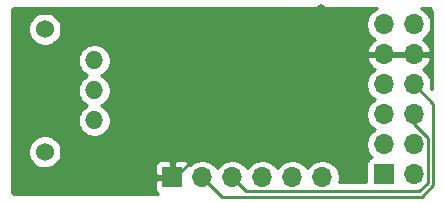
<source format=gbr>
%TF.GenerationSoftware,KiCad,Pcbnew,5.1.6-c6e7f7d~86~ubuntu18.04.1*%
%TF.CreationDate,2021-01-14T22:54:31-08:00*%
%TF.ProjectId,pmod_spdif,706d6f64-5f73-4706-9469-662e6b696361,rev?*%
%TF.SameCoordinates,Original*%
%TF.FileFunction,Copper,L2,Bot*%
%TF.FilePolarity,Positive*%
%FSLAX46Y46*%
G04 Gerber Fmt 4.6, Leading zero omitted, Abs format (unit mm)*
G04 Created by KiCad (PCBNEW 5.1.6-c6e7f7d~86~ubuntu18.04.1) date 2021-01-14 22:54:31*
%MOMM*%
%LPD*%
G01*
G04 APERTURE LIST*
%TA.AperFunction,ComponentPad*%
%ADD10O,1.524000X1.524000*%
%TD*%
%TA.AperFunction,ComponentPad*%
%ADD11C,1.524000*%
%TD*%
%TA.AperFunction,ComponentPad*%
%ADD12O,1.700000X1.700000*%
%TD*%
%TA.AperFunction,ComponentPad*%
%ADD13R,1.700000X1.700000*%
%TD*%
%TA.AperFunction,ViaPad*%
%ADD14C,0.800000*%
%TD*%
%TA.AperFunction,Conductor*%
%ADD15C,0.250000*%
%TD*%
%TA.AperFunction,Conductor*%
%ADD16C,0.254000*%
%TD*%
G04 APERTURE END LIST*
D10*
%TO.P,U3,3*%
%TO.N,+5V*%
X137160000Y-57912000D03*
%TO.P,U3,2*%
%TO.N,Net-(R3-Pad1)*%
X137160000Y-60452000D03*
D11*
%TO.P,U3,5*%
%TO.N,N/C*%
X132980000Y-55252000D03*
%TO.P,U3,4*%
X132980000Y-65652000D03*
D10*
%TO.P,U3,1*%
X137160000Y-62992000D03*
%TD*%
D12*
%TO.P,J2,6*%
%TO.N,+3V3*%
X156464000Y-67818000D03*
%TO.P,J2,5*%
%TO.N,/I2S_BCLK*%
X153924000Y-67818000D03*
%TO.P,J2,4*%
%TO.N,/I2S_MCLK*%
X151384000Y-67818000D03*
%TO.P,J2,3*%
%TO.N,/I2S_WS*%
X148844000Y-67818000D03*
%TO.P,J2,2*%
%TO.N,/I2S_SDO*%
X146304000Y-67818000D03*
D13*
%TO.P,J2,1*%
%TO.N,GND*%
X143764000Y-67818000D03*
%TD*%
D12*
%TO.P,J1,12*%
%TO.N,+3V3*%
X164211000Y-54864000D03*
%TO.P,J1,6*%
X161671000Y-54864000D03*
%TO.P,J1,11*%
%TO.N,GND*%
X164211000Y-57404000D03*
%TO.P,J1,5*%
X161671000Y-57404000D03*
%TO.P,J1,10*%
%TO.N,/I2S_SDO*%
X164211000Y-59944000D03*
%TO.P,J1,4*%
%TO.N,N/C*%
X161671000Y-59944000D03*
%TO.P,J1,9*%
%TO.N,/I2S_WS*%
X164211000Y-62484000D03*
%TO.P,J1,3*%
%TO.N,N/C*%
X161671000Y-62484000D03*
%TO.P,J1,8*%
%TO.N,/I2S_BCLK*%
X164211000Y-65024000D03*
%TO.P,J1,2*%
%TO.N,/SPDIF*%
X161671000Y-65024000D03*
%TO.P,J1,7*%
%TO.N,/I2S_MCLK*%
X164211000Y-67564000D03*
D13*
%TO.P,J1,1*%
%TO.N,N/C*%
X161671000Y-67564000D03*
%TD*%
D14*
%TO.N,GND*%
X156337000Y-53594000D03*
X155956000Y-59436000D03*
X159639000Y-64135000D03*
X146177000Y-63246000D03*
X141986000Y-57531000D03*
X146939000Y-58420000D03*
%TD*%
D15*
%TO.N,GND*%
X161417000Y-57658000D02*
X161671000Y-57404000D01*
X156337000Y-53594000D02*
X156337000Y-57658000D01*
X154178000Y-57658000D02*
X156337000Y-57658000D01*
X155956000Y-58039000D02*
X156337000Y-57658000D01*
X155956000Y-59436000D02*
X155956000Y-58039000D01*
X161671000Y-57404000D02*
X164211000Y-57404000D01*
X156591000Y-57404000D02*
X156337000Y-57658000D01*
X161671000Y-57404000D02*
X156591000Y-57404000D01*
X155956000Y-60452000D02*
X155956000Y-59436000D01*
X159639000Y-64135000D02*
X155956000Y-60452000D01*
X152146000Y-59690000D02*
X154178000Y-57658000D01*
X146177000Y-63246000D02*
X147066000Y-64135000D01*
X147066000Y-64135000D02*
X147701000Y-64135000D01*
X147701000Y-64135000D02*
X152146000Y-59690000D01*
X143764000Y-68072000D02*
X147701000Y-64135000D01*
X146177000Y-61722000D02*
X146177000Y-63246000D01*
X141986000Y-57531000D02*
X146177000Y-61722000D01*
X146177000Y-59182000D02*
X146177000Y-61722000D01*
X146939000Y-58420000D02*
X146177000Y-59182000D01*
%TO.N,/I2S_SDO*%
X147929012Y-69443012D02*
X146304000Y-67818000D01*
X164211000Y-59944000D02*
X165836012Y-61569012D01*
X164873398Y-69443012D02*
X147929012Y-69443012D01*
X165836012Y-68480398D02*
X164873398Y-69443012D01*
X165836012Y-61569012D02*
X165836012Y-68480398D01*
%TO.N,/I2S_WS*%
X165386001Y-64459999D02*
X164211000Y-63284998D01*
X164211000Y-63284998D02*
X164211000Y-62484000D01*
X165386001Y-68293999D02*
X165386001Y-64459999D01*
X164686999Y-68993001D02*
X165386001Y-68293999D01*
X150019001Y-68993001D02*
X164686999Y-68993001D01*
X148844000Y-67818000D02*
X150019001Y-68993001D01*
%TD*%
D16*
%TO.N,GND*%
G36*
X160967589Y-53548010D02*
G01*
X160724368Y-53710525D01*
X160517525Y-53917368D01*
X160355010Y-54160589D01*
X160243068Y-54430842D01*
X160186000Y-54717740D01*
X160186000Y-55010260D01*
X160243068Y-55297158D01*
X160355010Y-55567411D01*
X160517525Y-55810632D01*
X160724368Y-56017475D01*
X160906534Y-56139195D01*
X160789645Y-56208822D01*
X160573412Y-56403731D01*
X160399359Y-56637080D01*
X160274175Y-56899901D01*
X160229524Y-57047110D01*
X160350845Y-57277000D01*
X161544000Y-57277000D01*
X161544000Y-57257000D01*
X161798000Y-57257000D01*
X161798000Y-57277000D01*
X164084000Y-57277000D01*
X164084000Y-57257000D01*
X164338000Y-57257000D01*
X164338000Y-57277000D01*
X165531155Y-57277000D01*
X165652476Y-57047110D01*
X165607825Y-56899901D01*
X165482641Y-56637080D01*
X165308588Y-56403731D01*
X165092355Y-56208822D01*
X164975466Y-56139195D01*
X165157632Y-56017475D01*
X165364475Y-55810632D01*
X165526990Y-55567411D01*
X165638932Y-55297158D01*
X165696000Y-55010260D01*
X165696000Y-54717740D01*
X165638932Y-54430842D01*
X165526990Y-54160589D01*
X165364475Y-53917368D01*
X165157632Y-53710525D01*
X164914411Y-53548010D01*
X164779190Y-53492000D01*
X165512218Y-53492000D01*
X165576033Y-53498257D01*
X165606362Y-53507414D01*
X165634335Y-53522288D01*
X165658887Y-53542312D01*
X165679081Y-53566722D01*
X165694150Y-53594592D01*
X165703519Y-53624859D01*
X165710001Y-53686525D01*
X165710001Y-60368199D01*
X165652210Y-60310408D01*
X165696000Y-60090260D01*
X165696000Y-59797740D01*
X165638932Y-59510842D01*
X165526990Y-59240589D01*
X165364475Y-58997368D01*
X165157632Y-58790525D01*
X164975466Y-58668805D01*
X165092355Y-58599178D01*
X165308588Y-58404269D01*
X165482641Y-58170920D01*
X165607825Y-57908099D01*
X165652476Y-57760890D01*
X165531155Y-57531000D01*
X164338000Y-57531000D01*
X164338000Y-57551000D01*
X164084000Y-57551000D01*
X164084000Y-57531000D01*
X161798000Y-57531000D01*
X161798000Y-57551000D01*
X161544000Y-57551000D01*
X161544000Y-57531000D01*
X160350845Y-57531000D01*
X160229524Y-57760890D01*
X160274175Y-57908099D01*
X160399359Y-58170920D01*
X160573412Y-58404269D01*
X160789645Y-58599178D01*
X160906534Y-58668805D01*
X160724368Y-58790525D01*
X160517525Y-58997368D01*
X160355010Y-59240589D01*
X160243068Y-59510842D01*
X160186000Y-59797740D01*
X160186000Y-60090260D01*
X160243068Y-60377158D01*
X160355010Y-60647411D01*
X160517525Y-60890632D01*
X160724368Y-61097475D01*
X160898760Y-61214000D01*
X160724368Y-61330525D01*
X160517525Y-61537368D01*
X160355010Y-61780589D01*
X160243068Y-62050842D01*
X160186000Y-62337740D01*
X160186000Y-62630260D01*
X160243068Y-62917158D01*
X160355010Y-63187411D01*
X160517525Y-63430632D01*
X160724368Y-63637475D01*
X160898760Y-63754000D01*
X160724368Y-63870525D01*
X160517525Y-64077368D01*
X160355010Y-64320589D01*
X160243068Y-64590842D01*
X160186000Y-64877740D01*
X160186000Y-65170260D01*
X160243068Y-65457158D01*
X160355010Y-65727411D01*
X160517525Y-65970632D01*
X160649380Y-66102487D01*
X160576820Y-66124498D01*
X160466506Y-66183463D01*
X160369815Y-66262815D01*
X160290463Y-66359506D01*
X160231498Y-66469820D01*
X160195188Y-66589518D01*
X160182928Y-66714000D01*
X160182928Y-68233001D01*
X157895544Y-68233001D01*
X157949000Y-67964260D01*
X157949000Y-67671740D01*
X157891932Y-67384842D01*
X157779990Y-67114589D01*
X157617475Y-66871368D01*
X157410632Y-66664525D01*
X157167411Y-66502010D01*
X156897158Y-66390068D01*
X156610260Y-66333000D01*
X156317740Y-66333000D01*
X156030842Y-66390068D01*
X155760589Y-66502010D01*
X155517368Y-66664525D01*
X155310525Y-66871368D01*
X155194000Y-67045760D01*
X155077475Y-66871368D01*
X154870632Y-66664525D01*
X154627411Y-66502010D01*
X154357158Y-66390068D01*
X154070260Y-66333000D01*
X153777740Y-66333000D01*
X153490842Y-66390068D01*
X153220589Y-66502010D01*
X152977368Y-66664525D01*
X152770525Y-66871368D01*
X152654000Y-67045760D01*
X152537475Y-66871368D01*
X152330632Y-66664525D01*
X152087411Y-66502010D01*
X151817158Y-66390068D01*
X151530260Y-66333000D01*
X151237740Y-66333000D01*
X150950842Y-66390068D01*
X150680589Y-66502010D01*
X150437368Y-66664525D01*
X150230525Y-66871368D01*
X150114000Y-67045760D01*
X149997475Y-66871368D01*
X149790632Y-66664525D01*
X149547411Y-66502010D01*
X149277158Y-66390068D01*
X148990260Y-66333000D01*
X148697740Y-66333000D01*
X148410842Y-66390068D01*
X148140589Y-66502010D01*
X147897368Y-66664525D01*
X147690525Y-66871368D01*
X147574000Y-67045760D01*
X147457475Y-66871368D01*
X147250632Y-66664525D01*
X147007411Y-66502010D01*
X146737158Y-66390068D01*
X146450260Y-66333000D01*
X146157740Y-66333000D01*
X145870842Y-66390068D01*
X145600589Y-66502010D01*
X145357368Y-66664525D01*
X145225513Y-66796380D01*
X145203502Y-66723820D01*
X145144537Y-66613506D01*
X145065185Y-66516815D01*
X144968494Y-66437463D01*
X144858180Y-66378498D01*
X144738482Y-66342188D01*
X144614000Y-66329928D01*
X144049750Y-66333000D01*
X143891000Y-66491750D01*
X143891000Y-67691000D01*
X143911000Y-67691000D01*
X143911000Y-67945000D01*
X143891000Y-67945000D01*
X143891000Y-67965000D01*
X143637000Y-67965000D01*
X143637000Y-67945000D01*
X142437750Y-67945000D01*
X142279000Y-68103750D01*
X142275928Y-68668000D01*
X142288188Y-68792482D01*
X142324498Y-68912180D01*
X142383463Y-69022494D01*
X142462815Y-69119185D01*
X142549104Y-69190000D01*
X130397782Y-69190000D01*
X130333967Y-69183743D01*
X130303639Y-69174586D01*
X130275663Y-69159711D01*
X130251114Y-69139689D01*
X130230917Y-69115276D01*
X130215850Y-69087409D01*
X130206480Y-69057141D01*
X130200000Y-68995485D01*
X130200000Y-65514408D01*
X131583000Y-65514408D01*
X131583000Y-65789592D01*
X131636686Y-66059490D01*
X131741995Y-66313727D01*
X131894880Y-66542535D01*
X132089465Y-66737120D01*
X132318273Y-66890005D01*
X132572510Y-66995314D01*
X132842408Y-67049000D01*
X133117592Y-67049000D01*
X133387490Y-66995314D01*
X133453431Y-66968000D01*
X142275928Y-66968000D01*
X142279000Y-67532250D01*
X142437750Y-67691000D01*
X143637000Y-67691000D01*
X143637000Y-66491750D01*
X143478250Y-66333000D01*
X142914000Y-66329928D01*
X142789518Y-66342188D01*
X142669820Y-66378498D01*
X142559506Y-66437463D01*
X142462815Y-66516815D01*
X142383463Y-66613506D01*
X142324498Y-66723820D01*
X142288188Y-66843518D01*
X142275928Y-66968000D01*
X133453431Y-66968000D01*
X133641727Y-66890005D01*
X133870535Y-66737120D01*
X134065120Y-66542535D01*
X134218005Y-66313727D01*
X134323314Y-66059490D01*
X134377000Y-65789592D01*
X134377000Y-65514408D01*
X134323314Y-65244510D01*
X134218005Y-64990273D01*
X134065120Y-64761465D01*
X133870535Y-64566880D01*
X133641727Y-64413995D01*
X133387490Y-64308686D01*
X133117592Y-64255000D01*
X132842408Y-64255000D01*
X132572510Y-64308686D01*
X132318273Y-64413995D01*
X132089465Y-64566880D01*
X131894880Y-64761465D01*
X131741995Y-64990273D01*
X131636686Y-65244510D01*
X131583000Y-65514408D01*
X130200000Y-65514408D01*
X130200000Y-57774408D01*
X135763000Y-57774408D01*
X135763000Y-58049592D01*
X135816686Y-58319490D01*
X135921995Y-58573727D01*
X136074880Y-58802535D01*
X136269465Y-58997120D01*
X136498273Y-59150005D01*
X136575515Y-59182000D01*
X136498273Y-59213995D01*
X136269465Y-59366880D01*
X136074880Y-59561465D01*
X135921995Y-59790273D01*
X135816686Y-60044510D01*
X135763000Y-60314408D01*
X135763000Y-60589592D01*
X135816686Y-60859490D01*
X135921995Y-61113727D01*
X136074880Y-61342535D01*
X136269465Y-61537120D01*
X136498273Y-61690005D01*
X136575515Y-61722000D01*
X136498273Y-61753995D01*
X136269465Y-61906880D01*
X136074880Y-62101465D01*
X135921995Y-62330273D01*
X135816686Y-62584510D01*
X135763000Y-62854408D01*
X135763000Y-63129592D01*
X135816686Y-63399490D01*
X135921995Y-63653727D01*
X136074880Y-63882535D01*
X136269465Y-64077120D01*
X136498273Y-64230005D01*
X136752510Y-64335314D01*
X137022408Y-64389000D01*
X137297592Y-64389000D01*
X137567490Y-64335314D01*
X137821727Y-64230005D01*
X138050535Y-64077120D01*
X138245120Y-63882535D01*
X138398005Y-63653727D01*
X138503314Y-63399490D01*
X138557000Y-63129592D01*
X138557000Y-62854408D01*
X138503314Y-62584510D01*
X138398005Y-62330273D01*
X138245120Y-62101465D01*
X138050535Y-61906880D01*
X137821727Y-61753995D01*
X137744485Y-61722000D01*
X137821727Y-61690005D01*
X138050535Y-61537120D01*
X138245120Y-61342535D01*
X138398005Y-61113727D01*
X138503314Y-60859490D01*
X138557000Y-60589592D01*
X138557000Y-60314408D01*
X138503314Y-60044510D01*
X138398005Y-59790273D01*
X138245120Y-59561465D01*
X138050535Y-59366880D01*
X137821727Y-59213995D01*
X137744485Y-59182000D01*
X137821727Y-59150005D01*
X138050535Y-58997120D01*
X138245120Y-58802535D01*
X138398005Y-58573727D01*
X138503314Y-58319490D01*
X138557000Y-58049592D01*
X138557000Y-57774408D01*
X138503314Y-57504510D01*
X138398005Y-57250273D01*
X138245120Y-57021465D01*
X138050535Y-56826880D01*
X137821727Y-56673995D01*
X137567490Y-56568686D01*
X137297592Y-56515000D01*
X137022408Y-56515000D01*
X136752510Y-56568686D01*
X136498273Y-56673995D01*
X136269465Y-56826880D01*
X136074880Y-57021465D01*
X135921995Y-57250273D01*
X135816686Y-57504510D01*
X135763000Y-57774408D01*
X130200000Y-57774408D01*
X130200000Y-55114408D01*
X131583000Y-55114408D01*
X131583000Y-55389592D01*
X131636686Y-55659490D01*
X131741995Y-55913727D01*
X131894880Y-56142535D01*
X132089465Y-56337120D01*
X132318273Y-56490005D01*
X132572510Y-56595314D01*
X132842408Y-56649000D01*
X133117592Y-56649000D01*
X133387490Y-56595314D01*
X133641727Y-56490005D01*
X133870535Y-56337120D01*
X134065120Y-56142535D01*
X134218005Y-55913727D01*
X134323314Y-55659490D01*
X134377000Y-55389592D01*
X134377000Y-55114408D01*
X134323314Y-54844510D01*
X134218005Y-54590273D01*
X134065120Y-54361465D01*
X133870535Y-54166880D01*
X133641727Y-54013995D01*
X133387490Y-53908686D01*
X133117592Y-53855000D01*
X132842408Y-53855000D01*
X132572510Y-53908686D01*
X132318273Y-54013995D01*
X132089465Y-54166880D01*
X131894880Y-54361465D01*
X131741995Y-54590273D01*
X131636686Y-54844510D01*
X131583000Y-55114408D01*
X130200000Y-55114408D01*
X130200000Y-53689782D01*
X130206257Y-53625967D01*
X130215414Y-53595638D01*
X130230288Y-53567665D01*
X130250312Y-53543113D01*
X130274722Y-53522919D01*
X130302592Y-53507850D01*
X130332859Y-53498481D01*
X130394515Y-53492000D01*
X161102810Y-53492000D01*
X160967589Y-53548010D01*
G37*
X160967589Y-53548010D02*
X160724368Y-53710525D01*
X160517525Y-53917368D01*
X160355010Y-54160589D01*
X160243068Y-54430842D01*
X160186000Y-54717740D01*
X160186000Y-55010260D01*
X160243068Y-55297158D01*
X160355010Y-55567411D01*
X160517525Y-55810632D01*
X160724368Y-56017475D01*
X160906534Y-56139195D01*
X160789645Y-56208822D01*
X160573412Y-56403731D01*
X160399359Y-56637080D01*
X160274175Y-56899901D01*
X160229524Y-57047110D01*
X160350845Y-57277000D01*
X161544000Y-57277000D01*
X161544000Y-57257000D01*
X161798000Y-57257000D01*
X161798000Y-57277000D01*
X164084000Y-57277000D01*
X164084000Y-57257000D01*
X164338000Y-57257000D01*
X164338000Y-57277000D01*
X165531155Y-57277000D01*
X165652476Y-57047110D01*
X165607825Y-56899901D01*
X165482641Y-56637080D01*
X165308588Y-56403731D01*
X165092355Y-56208822D01*
X164975466Y-56139195D01*
X165157632Y-56017475D01*
X165364475Y-55810632D01*
X165526990Y-55567411D01*
X165638932Y-55297158D01*
X165696000Y-55010260D01*
X165696000Y-54717740D01*
X165638932Y-54430842D01*
X165526990Y-54160589D01*
X165364475Y-53917368D01*
X165157632Y-53710525D01*
X164914411Y-53548010D01*
X164779190Y-53492000D01*
X165512218Y-53492000D01*
X165576033Y-53498257D01*
X165606362Y-53507414D01*
X165634335Y-53522288D01*
X165658887Y-53542312D01*
X165679081Y-53566722D01*
X165694150Y-53594592D01*
X165703519Y-53624859D01*
X165710001Y-53686525D01*
X165710001Y-60368199D01*
X165652210Y-60310408D01*
X165696000Y-60090260D01*
X165696000Y-59797740D01*
X165638932Y-59510842D01*
X165526990Y-59240589D01*
X165364475Y-58997368D01*
X165157632Y-58790525D01*
X164975466Y-58668805D01*
X165092355Y-58599178D01*
X165308588Y-58404269D01*
X165482641Y-58170920D01*
X165607825Y-57908099D01*
X165652476Y-57760890D01*
X165531155Y-57531000D01*
X164338000Y-57531000D01*
X164338000Y-57551000D01*
X164084000Y-57551000D01*
X164084000Y-57531000D01*
X161798000Y-57531000D01*
X161798000Y-57551000D01*
X161544000Y-57551000D01*
X161544000Y-57531000D01*
X160350845Y-57531000D01*
X160229524Y-57760890D01*
X160274175Y-57908099D01*
X160399359Y-58170920D01*
X160573412Y-58404269D01*
X160789645Y-58599178D01*
X160906534Y-58668805D01*
X160724368Y-58790525D01*
X160517525Y-58997368D01*
X160355010Y-59240589D01*
X160243068Y-59510842D01*
X160186000Y-59797740D01*
X160186000Y-60090260D01*
X160243068Y-60377158D01*
X160355010Y-60647411D01*
X160517525Y-60890632D01*
X160724368Y-61097475D01*
X160898760Y-61214000D01*
X160724368Y-61330525D01*
X160517525Y-61537368D01*
X160355010Y-61780589D01*
X160243068Y-62050842D01*
X160186000Y-62337740D01*
X160186000Y-62630260D01*
X160243068Y-62917158D01*
X160355010Y-63187411D01*
X160517525Y-63430632D01*
X160724368Y-63637475D01*
X160898760Y-63754000D01*
X160724368Y-63870525D01*
X160517525Y-64077368D01*
X160355010Y-64320589D01*
X160243068Y-64590842D01*
X160186000Y-64877740D01*
X160186000Y-65170260D01*
X160243068Y-65457158D01*
X160355010Y-65727411D01*
X160517525Y-65970632D01*
X160649380Y-66102487D01*
X160576820Y-66124498D01*
X160466506Y-66183463D01*
X160369815Y-66262815D01*
X160290463Y-66359506D01*
X160231498Y-66469820D01*
X160195188Y-66589518D01*
X160182928Y-66714000D01*
X160182928Y-68233001D01*
X157895544Y-68233001D01*
X157949000Y-67964260D01*
X157949000Y-67671740D01*
X157891932Y-67384842D01*
X157779990Y-67114589D01*
X157617475Y-66871368D01*
X157410632Y-66664525D01*
X157167411Y-66502010D01*
X156897158Y-66390068D01*
X156610260Y-66333000D01*
X156317740Y-66333000D01*
X156030842Y-66390068D01*
X155760589Y-66502010D01*
X155517368Y-66664525D01*
X155310525Y-66871368D01*
X155194000Y-67045760D01*
X155077475Y-66871368D01*
X154870632Y-66664525D01*
X154627411Y-66502010D01*
X154357158Y-66390068D01*
X154070260Y-66333000D01*
X153777740Y-66333000D01*
X153490842Y-66390068D01*
X153220589Y-66502010D01*
X152977368Y-66664525D01*
X152770525Y-66871368D01*
X152654000Y-67045760D01*
X152537475Y-66871368D01*
X152330632Y-66664525D01*
X152087411Y-66502010D01*
X151817158Y-66390068D01*
X151530260Y-66333000D01*
X151237740Y-66333000D01*
X150950842Y-66390068D01*
X150680589Y-66502010D01*
X150437368Y-66664525D01*
X150230525Y-66871368D01*
X150114000Y-67045760D01*
X149997475Y-66871368D01*
X149790632Y-66664525D01*
X149547411Y-66502010D01*
X149277158Y-66390068D01*
X148990260Y-66333000D01*
X148697740Y-66333000D01*
X148410842Y-66390068D01*
X148140589Y-66502010D01*
X147897368Y-66664525D01*
X147690525Y-66871368D01*
X147574000Y-67045760D01*
X147457475Y-66871368D01*
X147250632Y-66664525D01*
X147007411Y-66502010D01*
X146737158Y-66390068D01*
X146450260Y-66333000D01*
X146157740Y-66333000D01*
X145870842Y-66390068D01*
X145600589Y-66502010D01*
X145357368Y-66664525D01*
X145225513Y-66796380D01*
X145203502Y-66723820D01*
X145144537Y-66613506D01*
X145065185Y-66516815D01*
X144968494Y-66437463D01*
X144858180Y-66378498D01*
X144738482Y-66342188D01*
X144614000Y-66329928D01*
X144049750Y-66333000D01*
X143891000Y-66491750D01*
X143891000Y-67691000D01*
X143911000Y-67691000D01*
X143911000Y-67945000D01*
X143891000Y-67945000D01*
X143891000Y-67965000D01*
X143637000Y-67965000D01*
X143637000Y-67945000D01*
X142437750Y-67945000D01*
X142279000Y-68103750D01*
X142275928Y-68668000D01*
X142288188Y-68792482D01*
X142324498Y-68912180D01*
X142383463Y-69022494D01*
X142462815Y-69119185D01*
X142549104Y-69190000D01*
X130397782Y-69190000D01*
X130333967Y-69183743D01*
X130303639Y-69174586D01*
X130275663Y-69159711D01*
X130251114Y-69139689D01*
X130230917Y-69115276D01*
X130215850Y-69087409D01*
X130206480Y-69057141D01*
X130200000Y-68995485D01*
X130200000Y-65514408D01*
X131583000Y-65514408D01*
X131583000Y-65789592D01*
X131636686Y-66059490D01*
X131741995Y-66313727D01*
X131894880Y-66542535D01*
X132089465Y-66737120D01*
X132318273Y-66890005D01*
X132572510Y-66995314D01*
X132842408Y-67049000D01*
X133117592Y-67049000D01*
X133387490Y-66995314D01*
X133453431Y-66968000D01*
X142275928Y-66968000D01*
X142279000Y-67532250D01*
X142437750Y-67691000D01*
X143637000Y-67691000D01*
X143637000Y-66491750D01*
X143478250Y-66333000D01*
X142914000Y-66329928D01*
X142789518Y-66342188D01*
X142669820Y-66378498D01*
X142559506Y-66437463D01*
X142462815Y-66516815D01*
X142383463Y-66613506D01*
X142324498Y-66723820D01*
X142288188Y-66843518D01*
X142275928Y-66968000D01*
X133453431Y-66968000D01*
X133641727Y-66890005D01*
X133870535Y-66737120D01*
X134065120Y-66542535D01*
X134218005Y-66313727D01*
X134323314Y-66059490D01*
X134377000Y-65789592D01*
X134377000Y-65514408D01*
X134323314Y-65244510D01*
X134218005Y-64990273D01*
X134065120Y-64761465D01*
X133870535Y-64566880D01*
X133641727Y-64413995D01*
X133387490Y-64308686D01*
X133117592Y-64255000D01*
X132842408Y-64255000D01*
X132572510Y-64308686D01*
X132318273Y-64413995D01*
X132089465Y-64566880D01*
X131894880Y-64761465D01*
X131741995Y-64990273D01*
X131636686Y-65244510D01*
X131583000Y-65514408D01*
X130200000Y-65514408D01*
X130200000Y-57774408D01*
X135763000Y-57774408D01*
X135763000Y-58049592D01*
X135816686Y-58319490D01*
X135921995Y-58573727D01*
X136074880Y-58802535D01*
X136269465Y-58997120D01*
X136498273Y-59150005D01*
X136575515Y-59182000D01*
X136498273Y-59213995D01*
X136269465Y-59366880D01*
X136074880Y-59561465D01*
X135921995Y-59790273D01*
X135816686Y-60044510D01*
X135763000Y-60314408D01*
X135763000Y-60589592D01*
X135816686Y-60859490D01*
X135921995Y-61113727D01*
X136074880Y-61342535D01*
X136269465Y-61537120D01*
X136498273Y-61690005D01*
X136575515Y-61722000D01*
X136498273Y-61753995D01*
X136269465Y-61906880D01*
X136074880Y-62101465D01*
X135921995Y-62330273D01*
X135816686Y-62584510D01*
X135763000Y-62854408D01*
X135763000Y-63129592D01*
X135816686Y-63399490D01*
X135921995Y-63653727D01*
X136074880Y-63882535D01*
X136269465Y-64077120D01*
X136498273Y-64230005D01*
X136752510Y-64335314D01*
X137022408Y-64389000D01*
X137297592Y-64389000D01*
X137567490Y-64335314D01*
X137821727Y-64230005D01*
X138050535Y-64077120D01*
X138245120Y-63882535D01*
X138398005Y-63653727D01*
X138503314Y-63399490D01*
X138557000Y-63129592D01*
X138557000Y-62854408D01*
X138503314Y-62584510D01*
X138398005Y-62330273D01*
X138245120Y-62101465D01*
X138050535Y-61906880D01*
X137821727Y-61753995D01*
X137744485Y-61722000D01*
X137821727Y-61690005D01*
X138050535Y-61537120D01*
X138245120Y-61342535D01*
X138398005Y-61113727D01*
X138503314Y-60859490D01*
X138557000Y-60589592D01*
X138557000Y-60314408D01*
X138503314Y-60044510D01*
X138398005Y-59790273D01*
X138245120Y-59561465D01*
X138050535Y-59366880D01*
X137821727Y-59213995D01*
X137744485Y-59182000D01*
X137821727Y-59150005D01*
X138050535Y-58997120D01*
X138245120Y-58802535D01*
X138398005Y-58573727D01*
X138503314Y-58319490D01*
X138557000Y-58049592D01*
X138557000Y-57774408D01*
X138503314Y-57504510D01*
X138398005Y-57250273D01*
X138245120Y-57021465D01*
X138050535Y-56826880D01*
X137821727Y-56673995D01*
X137567490Y-56568686D01*
X137297592Y-56515000D01*
X137022408Y-56515000D01*
X136752510Y-56568686D01*
X136498273Y-56673995D01*
X136269465Y-56826880D01*
X136074880Y-57021465D01*
X135921995Y-57250273D01*
X135816686Y-57504510D01*
X135763000Y-57774408D01*
X130200000Y-57774408D01*
X130200000Y-55114408D01*
X131583000Y-55114408D01*
X131583000Y-55389592D01*
X131636686Y-55659490D01*
X131741995Y-55913727D01*
X131894880Y-56142535D01*
X132089465Y-56337120D01*
X132318273Y-56490005D01*
X132572510Y-56595314D01*
X132842408Y-56649000D01*
X133117592Y-56649000D01*
X133387490Y-56595314D01*
X133641727Y-56490005D01*
X133870535Y-56337120D01*
X134065120Y-56142535D01*
X134218005Y-55913727D01*
X134323314Y-55659490D01*
X134377000Y-55389592D01*
X134377000Y-55114408D01*
X134323314Y-54844510D01*
X134218005Y-54590273D01*
X134065120Y-54361465D01*
X133870535Y-54166880D01*
X133641727Y-54013995D01*
X133387490Y-53908686D01*
X133117592Y-53855000D01*
X132842408Y-53855000D01*
X132572510Y-53908686D01*
X132318273Y-54013995D01*
X132089465Y-54166880D01*
X131894880Y-54361465D01*
X131741995Y-54590273D01*
X131636686Y-54844510D01*
X131583000Y-55114408D01*
X130200000Y-55114408D01*
X130200000Y-53689782D01*
X130206257Y-53625967D01*
X130215414Y-53595638D01*
X130230288Y-53567665D01*
X130250312Y-53543113D01*
X130274722Y-53522919D01*
X130302592Y-53507850D01*
X130332859Y-53498481D01*
X130394515Y-53492000D01*
X161102810Y-53492000D01*
X160967589Y-53548010D01*
%TD*%
M02*

</source>
